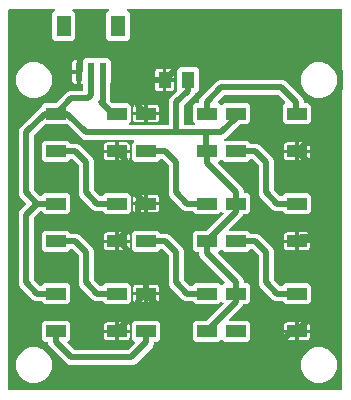
<source format=gbr>
G04 EAGLE Gerber RS-274X export*
G75*
%MOMM*%
%FSLAX34Y34*%
%LPD*%
%INTop Copper*%
%IPPOS*%
%AMOC8*
5,1,8,0,0,1.08239X$1,22.5*%
G01*
%ADD10R,1.651000X1.000000*%
%ADD11R,1.100000X1.400000*%
%ADD12R,0.600000X1.550000*%
%ADD13R,1.200000X1.800000*%
%ADD14C,0.508000*%

G36*
X292120Y10164D02*
X292120Y10164D01*
X292139Y10162D01*
X292241Y10184D01*
X292343Y10200D01*
X292360Y10210D01*
X292380Y10214D01*
X292469Y10267D01*
X292560Y10316D01*
X292574Y10330D01*
X292591Y10340D01*
X292658Y10419D01*
X292730Y10494D01*
X292738Y10512D01*
X292751Y10527D01*
X292790Y10623D01*
X292833Y10717D01*
X292835Y10737D01*
X292843Y10755D01*
X292861Y10922D01*
X292861Y332100D01*
X292858Y332120D01*
X292860Y332139D01*
X292838Y332241D01*
X292822Y332343D01*
X292812Y332360D01*
X292808Y332380D01*
X292755Y332469D01*
X292706Y332560D01*
X292692Y332574D01*
X292682Y332591D01*
X292603Y332658D01*
X292528Y332730D01*
X292510Y332738D01*
X292495Y332751D01*
X292399Y332790D01*
X292305Y332833D01*
X292285Y332835D01*
X292267Y332843D01*
X292100Y332861D01*
X111116Y332861D01*
X111045Y332850D01*
X110973Y332848D01*
X110924Y332830D01*
X110873Y332822D01*
X110810Y332788D01*
X110742Y332763D01*
X110702Y332731D01*
X110656Y332706D01*
X110606Y332655D01*
X110550Y332610D01*
X110522Y332566D01*
X110486Y332528D01*
X110456Y332463D01*
X110417Y332403D01*
X110405Y332352D01*
X110383Y332305D01*
X110375Y332234D01*
X110357Y332164D01*
X110361Y332112D01*
X110356Y332061D01*
X110371Y331990D01*
X110376Y331919D01*
X110397Y331871D01*
X110408Y331820D01*
X110445Y331759D01*
X110473Y331693D01*
X110517Y331637D01*
X110534Y331609D01*
X110552Y331594D01*
X110577Y331562D01*
X112811Y329328D01*
X112811Y308172D01*
X110578Y305939D01*
X95422Y305939D01*
X93189Y308172D01*
X93189Y329328D01*
X95423Y331562D01*
X95464Y331620D01*
X95514Y331672D01*
X95536Y331719D01*
X95566Y331761D01*
X95587Y331830D01*
X95617Y331895D01*
X95623Y331947D01*
X95638Y331997D01*
X95637Y332068D01*
X95644Y332139D01*
X95633Y332190D01*
X95632Y332242D01*
X95607Y332310D01*
X95592Y332380D01*
X95566Y332424D01*
X95548Y332473D01*
X95503Y332529D01*
X95466Y332591D01*
X95426Y332625D01*
X95394Y332665D01*
X95334Y332704D01*
X95279Y332751D01*
X95231Y332770D01*
X95187Y332798D01*
X95118Y332816D01*
X95051Y332843D01*
X94980Y332851D01*
X94948Y332859D01*
X94925Y332857D01*
X94884Y332861D01*
X65116Y332861D01*
X65045Y332850D01*
X64973Y332848D01*
X64924Y332830D01*
X64873Y332822D01*
X64810Y332788D01*
X64742Y332763D01*
X64702Y332731D01*
X64656Y332706D01*
X64606Y332655D01*
X64550Y332610D01*
X64522Y332566D01*
X64486Y332528D01*
X64456Y332463D01*
X64417Y332403D01*
X64405Y332352D01*
X64383Y332305D01*
X64375Y332234D01*
X64357Y332164D01*
X64361Y332112D01*
X64356Y332061D01*
X64371Y331990D01*
X64376Y331919D01*
X64397Y331871D01*
X64408Y331820D01*
X64445Y331759D01*
X64473Y331693D01*
X64517Y331637D01*
X64534Y331609D01*
X64552Y331594D01*
X64577Y331562D01*
X66811Y329328D01*
X66811Y308172D01*
X64578Y305939D01*
X49422Y305939D01*
X47189Y308172D01*
X47189Y329328D01*
X49423Y331562D01*
X49464Y331620D01*
X49514Y331672D01*
X49536Y331719D01*
X49566Y331761D01*
X49587Y331830D01*
X49617Y331895D01*
X49623Y331947D01*
X49638Y331997D01*
X49637Y332068D01*
X49644Y332139D01*
X49633Y332190D01*
X49632Y332242D01*
X49607Y332310D01*
X49592Y332380D01*
X49566Y332424D01*
X49548Y332473D01*
X49503Y332529D01*
X49466Y332591D01*
X49426Y332625D01*
X49394Y332665D01*
X49334Y332704D01*
X49279Y332751D01*
X49231Y332770D01*
X49187Y332798D01*
X49118Y332816D01*
X49051Y332843D01*
X48980Y332851D01*
X48948Y332859D01*
X48925Y332857D01*
X48884Y332861D01*
X10922Y332861D01*
X10902Y332858D01*
X10883Y332860D01*
X10781Y332838D01*
X10679Y332822D01*
X10662Y332812D01*
X10642Y332808D01*
X10553Y332755D01*
X10462Y332706D01*
X10448Y332692D01*
X10431Y332682D01*
X10364Y332603D01*
X10292Y332528D01*
X10284Y332510D01*
X10271Y332495D01*
X10232Y332399D01*
X10189Y332305D01*
X10187Y332285D01*
X10179Y332267D01*
X10161Y332100D01*
X10161Y10922D01*
X10164Y10902D01*
X10162Y10883D01*
X10184Y10781D01*
X10200Y10679D01*
X10210Y10662D01*
X10214Y10642D01*
X10267Y10553D01*
X10316Y10462D01*
X10330Y10448D01*
X10340Y10431D01*
X10419Y10364D01*
X10494Y10292D01*
X10512Y10284D01*
X10527Y10271D01*
X10623Y10232D01*
X10717Y10189D01*
X10737Y10187D01*
X10755Y10179D01*
X10922Y10161D01*
X292100Y10161D01*
X292120Y10164D01*
G37*
%LPC*%
G36*
X168337Y51389D02*
X168337Y51389D01*
X166104Y53622D01*
X166104Y66778D01*
X168337Y69011D01*
X177684Y69011D01*
X177774Y69025D01*
X177865Y69033D01*
X177895Y69045D01*
X177927Y69050D01*
X178008Y69093D01*
X178091Y69129D01*
X178124Y69155D01*
X178144Y69166D01*
X178166Y69189D01*
X178222Y69234D01*
X192149Y83160D01*
X192161Y83176D01*
X192176Y83189D01*
X192232Y83276D01*
X192293Y83360D01*
X192298Y83379D01*
X192309Y83396D01*
X192334Y83496D01*
X192365Y83595D01*
X192364Y83615D01*
X192369Y83634D01*
X192361Y83737D01*
X192359Y83841D01*
X192352Y83860D01*
X192350Y83880D01*
X192310Y83974D01*
X192274Y84072D01*
X192262Y84088D01*
X192254Y84106D01*
X192149Y84237D01*
X191038Y85348D01*
X191022Y85359D01*
X191010Y85375D01*
X190923Y85431D01*
X190839Y85491D01*
X190819Y85497D01*
X190803Y85508D01*
X190702Y85533D01*
X190603Y85563D01*
X190584Y85563D01*
X190564Y85568D01*
X190461Y85560D01*
X190358Y85557D01*
X190339Y85550D01*
X190319Y85549D01*
X190224Y85508D01*
X190127Y85473D01*
X190111Y85460D01*
X190093Y85452D01*
X189962Y85348D01*
X188003Y83389D01*
X168337Y83389D01*
X166099Y85626D01*
X166026Y85679D01*
X165956Y85739D01*
X165926Y85751D01*
X165900Y85770D01*
X165813Y85797D01*
X165728Y85831D01*
X165687Y85835D01*
X165665Y85842D01*
X165632Y85841D01*
X165561Y85849D01*
X160537Y85849D01*
X158203Y86816D01*
X148910Y96109D01*
X147016Y98003D01*
X146049Y100337D01*
X146049Y124054D01*
X146035Y124144D01*
X146027Y124235D01*
X146015Y124265D01*
X146010Y124297D01*
X145967Y124378D01*
X145931Y124461D01*
X145905Y124494D01*
X145894Y124514D01*
X145871Y124536D01*
X145826Y124592D01*
X140592Y129826D01*
X140518Y129879D01*
X140449Y129939D01*
X140419Y129951D01*
X140393Y129970D01*
X140306Y129997D01*
X140221Y130031D01*
X140180Y130035D01*
X140158Y130042D01*
X140125Y130041D01*
X140054Y130049D01*
X139239Y130049D01*
X139149Y130035D01*
X139058Y130027D01*
X139028Y130015D01*
X138996Y130010D01*
X138915Y129967D01*
X138831Y129931D01*
X138799Y129905D01*
X138779Y129894D01*
X138756Y129871D01*
X138701Y129826D01*
X136463Y127589D01*
X116797Y127589D01*
X114564Y129822D01*
X114564Y142978D01*
X116797Y145211D01*
X136463Y145211D01*
X138701Y142974D01*
X138774Y142921D01*
X138844Y142861D01*
X138874Y142849D01*
X138900Y142830D01*
X138987Y142803D01*
X139072Y142769D01*
X139113Y142765D01*
X139135Y142758D01*
X139168Y142759D01*
X139239Y142751D01*
X144263Y142751D01*
X146597Y141784D01*
X157784Y130597D01*
X158751Y128263D01*
X158751Y104546D01*
X158753Y104530D01*
X158752Y104516D01*
X158766Y104452D01*
X158773Y104365D01*
X158785Y104335D01*
X158790Y104303D01*
X158803Y104279D01*
X158804Y104276D01*
X158812Y104263D01*
X158833Y104222D01*
X158869Y104139D01*
X158895Y104106D01*
X158906Y104086D01*
X158929Y104064D01*
X158974Y104008D01*
X164208Y98774D01*
X164282Y98721D01*
X164351Y98661D01*
X164381Y98649D01*
X164407Y98630D01*
X164494Y98603D01*
X164579Y98569D01*
X164620Y98565D01*
X164642Y98558D01*
X164675Y98559D01*
X164746Y98551D01*
X165561Y98551D01*
X165651Y98565D01*
X165742Y98573D01*
X165772Y98585D01*
X165804Y98590D01*
X165885Y98633D01*
X165969Y98669D01*
X166001Y98695D01*
X166021Y98706D01*
X166044Y98729D01*
X166099Y98774D01*
X168337Y101011D01*
X188003Y101011D01*
X189962Y99052D01*
X189978Y99041D01*
X189990Y99025D01*
X190078Y98969D01*
X190161Y98909D01*
X190180Y98903D01*
X190197Y98892D01*
X190298Y98867D01*
X190397Y98837D01*
X190416Y98837D01*
X190436Y98832D01*
X190539Y98840D01*
X190642Y98843D01*
X190661Y98850D01*
X190681Y98851D01*
X190776Y98892D01*
X190873Y98927D01*
X190889Y98940D01*
X190907Y98948D01*
X191038Y99052D01*
X193002Y101016D01*
X193041Y101022D01*
X193113Y101024D01*
X193162Y101042D01*
X193213Y101050D01*
X193276Y101084D01*
X193344Y101109D01*
X193384Y101141D01*
X193430Y101166D01*
X193480Y101218D01*
X193536Y101262D01*
X193564Y101306D01*
X193600Y101344D01*
X193630Y101409D01*
X193669Y101469D01*
X193681Y101520D01*
X193703Y101567D01*
X193711Y101638D01*
X193729Y101708D01*
X193725Y101760D01*
X193730Y101811D01*
X193715Y101882D01*
X193710Y101953D01*
X193689Y102001D01*
X193678Y102052D01*
X193641Y102113D01*
X193613Y102179D01*
X193569Y102235D01*
X193552Y102263D01*
X193534Y102278D01*
X193508Y102310D01*
X172786Y123033D01*
X171819Y125367D01*
X171819Y126828D01*
X171816Y126848D01*
X171818Y126867D01*
X171796Y126969D01*
X171780Y127071D01*
X171770Y127088D01*
X171766Y127108D01*
X171713Y127197D01*
X171664Y127288D01*
X171650Y127302D01*
X171640Y127319D01*
X171561Y127386D01*
X171486Y127458D01*
X171468Y127466D01*
X171453Y127479D01*
X171357Y127518D01*
X171263Y127561D01*
X171243Y127563D01*
X171225Y127571D01*
X171058Y127589D01*
X168337Y127589D01*
X166104Y129822D01*
X166104Y142978D01*
X168337Y145211D01*
X177684Y145211D01*
X177774Y145225D01*
X177865Y145233D01*
X177895Y145245D01*
X177927Y145250D01*
X178008Y145293D01*
X178091Y145329D01*
X178124Y145355D01*
X178144Y145366D01*
X178166Y145389D01*
X178222Y145434D01*
X192149Y159360D01*
X192161Y159376D01*
X192176Y159389D01*
X192232Y159476D01*
X192293Y159560D01*
X192298Y159579D01*
X192309Y159596D01*
X192334Y159696D01*
X192365Y159795D01*
X192364Y159815D01*
X192369Y159834D01*
X192361Y159937D01*
X192359Y160041D01*
X192352Y160060D01*
X192350Y160080D01*
X192310Y160174D01*
X192274Y160272D01*
X192262Y160288D01*
X192254Y160306D01*
X192149Y160437D01*
X191038Y161548D01*
X191022Y161559D01*
X191010Y161575D01*
X190923Y161631D01*
X190839Y161691D01*
X190819Y161697D01*
X190803Y161708D01*
X190702Y161733D01*
X190603Y161763D01*
X190584Y161763D01*
X190564Y161768D01*
X190461Y161760D01*
X190358Y161757D01*
X190339Y161750D01*
X190319Y161749D01*
X190224Y161708D01*
X190127Y161673D01*
X190111Y161660D01*
X190093Y161652D01*
X189962Y161548D01*
X188003Y159589D01*
X168337Y159589D01*
X166099Y161826D01*
X166026Y161879D01*
X165956Y161939D01*
X165926Y161951D01*
X165900Y161970D01*
X165813Y161997D01*
X165728Y162031D01*
X165687Y162035D01*
X165665Y162042D01*
X165632Y162041D01*
X165561Y162049D01*
X160537Y162049D01*
X158203Y163016D01*
X148910Y172309D01*
X147016Y174203D01*
X146049Y176537D01*
X146049Y200254D01*
X146035Y200344D01*
X146027Y200435D01*
X146015Y200465D01*
X146010Y200497D01*
X145967Y200578D01*
X145931Y200661D01*
X145905Y200694D01*
X145894Y200714D01*
X145871Y200736D01*
X145826Y200792D01*
X140592Y206026D01*
X140518Y206079D01*
X140449Y206139D01*
X140419Y206151D01*
X140393Y206170D01*
X140306Y206197D01*
X140221Y206231D01*
X140180Y206235D01*
X140158Y206242D01*
X140125Y206241D01*
X140054Y206249D01*
X139239Y206249D01*
X139149Y206235D01*
X139058Y206227D01*
X139028Y206215D01*
X138996Y206210D01*
X138915Y206167D01*
X138831Y206131D01*
X138799Y206105D01*
X138779Y206094D01*
X138756Y206071D01*
X138701Y206026D01*
X136463Y203789D01*
X116797Y203789D01*
X114564Y206022D01*
X114564Y219178D01*
X116336Y220950D01*
X116377Y221008D01*
X116427Y221060D01*
X116449Y221107D01*
X116479Y221149D01*
X116500Y221218D01*
X116530Y221283D01*
X116536Y221335D01*
X116551Y221385D01*
X116550Y221456D01*
X116557Y221527D01*
X116546Y221578D01*
X116545Y221630D01*
X116520Y221698D01*
X116505Y221768D01*
X116479Y221813D01*
X116461Y221861D01*
X116416Y221917D01*
X116379Y221979D01*
X116339Y222013D01*
X116307Y222053D01*
X116247Y222092D01*
X116192Y222139D01*
X116144Y222158D01*
X116100Y222186D01*
X116031Y222204D01*
X115964Y222231D01*
X115893Y222239D01*
X115861Y222247D01*
X115838Y222245D01*
X115797Y222249D01*
X74937Y222249D01*
X72603Y223216D01*
X60252Y235566D01*
X60178Y235619D01*
X60109Y235679D01*
X60079Y235691D01*
X60053Y235710D01*
X59966Y235737D01*
X59881Y235771D01*
X59840Y235775D01*
X59818Y235782D01*
X59785Y235781D01*
X59714Y235789D01*
X41886Y235789D01*
X41796Y235775D01*
X41705Y235767D01*
X41675Y235755D01*
X41643Y235750D01*
X41562Y235707D01*
X41479Y235671D01*
X41446Y235645D01*
X41426Y235634D01*
X41404Y235611D01*
X41348Y235566D01*
X31974Y226192D01*
X31921Y226118D01*
X31861Y226049D01*
X31849Y226019D01*
X31830Y225993D01*
X31803Y225906D01*
X31769Y225821D01*
X31765Y225780D01*
X31758Y225758D01*
X31759Y225725D01*
X31751Y225654D01*
X31751Y180746D01*
X31765Y180656D01*
X31773Y180565D01*
X31785Y180535D01*
X31790Y180503D01*
X31833Y180422D01*
X31869Y180339D01*
X31895Y180306D01*
X31906Y180286D01*
X31929Y180264D01*
X31974Y180208D01*
X37208Y174974D01*
X37282Y174921D01*
X37351Y174861D01*
X37381Y174849D01*
X37407Y174830D01*
X37494Y174803D01*
X37579Y174769D01*
X37620Y174765D01*
X37642Y174758D01*
X37675Y174759D01*
X37746Y174751D01*
X37821Y174751D01*
X37911Y174765D01*
X38002Y174773D01*
X38032Y174785D01*
X38064Y174790D01*
X38145Y174833D01*
X38229Y174869D01*
X38261Y174895D01*
X38281Y174906D01*
X38304Y174929D01*
X38359Y174974D01*
X40597Y177211D01*
X60263Y177211D01*
X62496Y174978D01*
X62496Y161822D01*
X60263Y159589D01*
X40597Y159589D01*
X38359Y161826D01*
X38286Y161879D01*
X38216Y161939D01*
X38186Y161951D01*
X38160Y161970D01*
X38073Y161997D01*
X37988Y162031D01*
X37947Y162035D01*
X37925Y162042D01*
X37892Y162041D01*
X37821Y162049D01*
X37746Y162049D01*
X37656Y162035D01*
X37565Y162027D01*
X37535Y162015D01*
X37503Y162010D01*
X37422Y161967D01*
X37339Y161931D01*
X37306Y161905D01*
X37286Y161894D01*
X37264Y161871D01*
X37208Y161826D01*
X31974Y156592D01*
X31921Y156518D01*
X31861Y156449D01*
X31849Y156419D01*
X31830Y156393D01*
X31803Y156306D01*
X31769Y156221D01*
X31765Y156180D01*
X31758Y156158D01*
X31759Y156125D01*
X31751Y156054D01*
X31751Y104546D01*
X31753Y104530D01*
X31752Y104516D01*
X31766Y104452D01*
X31773Y104365D01*
X31785Y104335D01*
X31790Y104303D01*
X31803Y104279D01*
X31804Y104276D01*
X31812Y104263D01*
X31833Y104222D01*
X31869Y104139D01*
X31895Y104106D01*
X31906Y104086D01*
X31929Y104064D01*
X31974Y104008D01*
X37208Y98774D01*
X37282Y98721D01*
X37351Y98661D01*
X37381Y98649D01*
X37407Y98630D01*
X37494Y98603D01*
X37579Y98569D01*
X37620Y98565D01*
X37642Y98558D01*
X37675Y98559D01*
X37746Y98551D01*
X37821Y98551D01*
X37911Y98565D01*
X38002Y98573D01*
X38032Y98585D01*
X38064Y98590D01*
X38145Y98633D01*
X38229Y98669D01*
X38261Y98695D01*
X38281Y98706D01*
X38304Y98729D01*
X38359Y98774D01*
X40597Y101011D01*
X60263Y101011D01*
X62496Y98778D01*
X62496Y85622D01*
X60263Y83389D01*
X40597Y83389D01*
X38359Y85626D01*
X38286Y85679D01*
X38216Y85739D01*
X38186Y85751D01*
X38160Y85770D01*
X38073Y85797D01*
X37988Y85831D01*
X37947Y85835D01*
X37925Y85842D01*
X37892Y85841D01*
X37821Y85849D01*
X33537Y85849D01*
X31203Y86816D01*
X20016Y98003D01*
X19049Y100337D01*
X19049Y160263D01*
X20016Y162597D01*
X25280Y167862D01*
X25292Y167878D01*
X25308Y167890D01*
X25364Y167978D01*
X25424Y168061D01*
X25430Y168080D01*
X25441Y168097D01*
X25466Y168198D01*
X25496Y168297D01*
X25496Y168316D01*
X25501Y168336D01*
X25493Y168439D01*
X25490Y168542D01*
X25483Y168561D01*
X25482Y168581D01*
X25441Y168676D01*
X25406Y168773D01*
X25393Y168789D01*
X25385Y168807D01*
X25280Y168938D01*
X21910Y172309D01*
X20016Y174203D01*
X19049Y176537D01*
X19049Y229863D01*
X20016Y232197D01*
X21910Y234091D01*
X35909Y248090D01*
X37803Y249984D01*
X37894Y250022D01*
X37994Y250084D01*
X38010Y250093D01*
X38040Y250109D01*
X38045Y250114D01*
X38094Y250143D01*
X38098Y250148D01*
X38103Y250151D01*
X38178Y250242D01*
X38254Y250330D01*
X38256Y250336D01*
X38260Y250341D01*
X38302Y250449D01*
X38346Y250558D01*
X38347Y250566D01*
X38348Y250571D01*
X38349Y250589D01*
X38364Y250725D01*
X38364Y251178D01*
X40597Y253411D01*
X49944Y253411D01*
X50034Y253425D01*
X50125Y253433D01*
X50155Y253445D01*
X50187Y253450D01*
X50268Y253493D01*
X50351Y253529D01*
X50384Y253555D01*
X50404Y253566D01*
X50426Y253589D01*
X50482Y253634D01*
X59903Y263054D01*
X62237Y264021D01*
X72888Y264021D01*
X72908Y264024D01*
X72927Y264022D01*
X73029Y264044D01*
X73131Y264060D01*
X73148Y264070D01*
X73168Y264074D01*
X73257Y264127D01*
X73348Y264176D01*
X73362Y264190D01*
X73379Y264200D01*
X73446Y264279D01*
X73518Y264354D01*
X73526Y264372D01*
X73539Y264387D01*
X73578Y264483D01*
X73621Y264577D01*
X73623Y264597D01*
X73631Y264615D01*
X73649Y264782D01*
X73649Y268948D01*
X73646Y268968D01*
X73648Y268987D01*
X73626Y269089D01*
X73610Y269191D01*
X73600Y269208D01*
X73596Y269228D01*
X73543Y269317D01*
X73494Y269408D01*
X73480Y269422D01*
X73470Y269439D01*
X73391Y269506D01*
X73316Y269578D01*
X73298Y269586D01*
X73283Y269599D01*
X73187Y269638D01*
X73093Y269681D01*
X73073Y269683D01*
X73055Y269691D01*
X72888Y269709D01*
X71499Y269709D01*
X71499Y279262D01*
X71496Y279281D01*
X71498Y279301D01*
X71476Y279403D01*
X71460Y279505D01*
X71450Y279522D01*
X71446Y279542D01*
X71393Y279631D01*
X71344Y279722D01*
X71330Y279736D01*
X71320Y279753D01*
X71241Y279820D01*
X71166Y279891D01*
X71148Y279900D01*
X71133Y279913D01*
X71037Y279951D01*
X70943Y279995D01*
X70923Y279997D01*
X70905Y280004D01*
X70981Y280017D01*
X70998Y280026D01*
X71018Y280030D01*
X71107Y280083D01*
X71198Y280132D01*
X71212Y280146D01*
X71229Y280156D01*
X71296Y280235D01*
X71368Y280310D01*
X71376Y280328D01*
X71389Y280343D01*
X71428Y280440D01*
X71471Y280533D01*
X71473Y280553D01*
X71481Y280571D01*
X71499Y280738D01*
X71499Y290291D01*
X73335Y290291D01*
X73554Y290232D01*
X73622Y290225D01*
X73687Y290209D01*
X73743Y290213D01*
X73799Y290207D01*
X73865Y290222D01*
X73932Y290228D01*
X73984Y290250D01*
X74039Y290262D01*
X74096Y290298D01*
X74159Y290324D01*
X74220Y290373D01*
X74249Y290391D01*
X74262Y290407D01*
X74290Y290429D01*
X75422Y291561D01*
X84624Y291561D01*
X84661Y291534D01*
X84681Y291528D01*
X84697Y291517D01*
X84798Y291492D01*
X84897Y291462D01*
X84917Y291462D01*
X84936Y291457D01*
X85039Y291465D01*
X85142Y291468D01*
X85161Y291475D01*
X85181Y291476D01*
X85276Y291517D01*
X85373Y291552D01*
X85384Y291561D01*
X94578Y291561D01*
X96811Y289328D01*
X96811Y270672D01*
X96574Y270435D01*
X96520Y270360D01*
X96461Y270291D01*
X96449Y270261D01*
X96430Y270235D01*
X96403Y270148D01*
X96369Y270063D01*
X96365Y270022D01*
X96358Y270000D01*
X96359Y269968D01*
X96351Y269896D01*
X96351Y255846D01*
X96365Y255756D01*
X96373Y255665D01*
X96385Y255635D01*
X96390Y255603D01*
X96433Y255522D01*
X96469Y255439D01*
X96495Y255406D01*
X96506Y255386D01*
X96529Y255364D01*
X96574Y255308D01*
X98248Y253634D01*
X98322Y253581D01*
X98391Y253521D01*
X98421Y253509D01*
X98447Y253490D01*
X98534Y253463D01*
X98619Y253429D01*
X98660Y253425D01*
X98682Y253418D01*
X98715Y253419D01*
X98786Y253411D01*
X111803Y253411D01*
X114036Y251178D01*
X114036Y238022D01*
X112264Y236250D01*
X112223Y236192D01*
X112173Y236140D01*
X112151Y236093D01*
X112121Y236051D01*
X112100Y235982D01*
X112070Y235917D01*
X112064Y235865D01*
X112049Y235815D01*
X112050Y235744D01*
X112043Y235673D01*
X112054Y235622D01*
X112055Y235570D01*
X112080Y235502D01*
X112095Y235432D01*
X112121Y235387D01*
X112139Y235339D01*
X112184Y235283D01*
X112221Y235221D01*
X112261Y235187D01*
X112293Y235147D01*
X112353Y235108D01*
X112408Y235061D01*
X112456Y235042D01*
X112500Y235014D01*
X112569Y234996D01*
X112636Y234969D01*
X112707Y234961D01*
X112739Y234953D01*
X112762Y234955D01*
X112803Y234951D01*
X145288Y234951D01*
X145308Y234954D01*
X145327Y234952D01*
X145429Y234974D01*
X145531Y234990D01*
X145548Y235000D01*
X145568Y235004D01*
X145657Y235057D01*
X145748Y235106D01*
X145762Y235120D01*
X145779Y235130D01*
X145846Y235209D01*
X145918Y235284D01*
X145926Y235302D01*
X145939Y235317D01*
X145978Y235413D01*
X146021Y235507D01*
X146023Y235527D01*
X146031Y235545D01*
X146049Y235712D01*
X146049Y255263D01*
X147016Y257597D01*
X148910Y259491D01*
X152951Y263533D01*
X152963Y263549D01*
X152979Y263561D01*
X153035Y263649D01*
X153095Y263732D01*
X153101Y263752D01*
X153112Y263768D01*
X153137Y263869D01*
X153167Y263968D01*
X153167Y263988D01*
X153172Y264007D01*
X153164Y264110D01*
X153161Y264213D01*
X153154Y264232D01*
X153153Y264252D01*
X153112Y264347D01*
X153089Y264410D01*
X153089Y281628D01*
X155322Y283861D01*
X169478Y283861D01*
X171711Y281628D01*
X171711Y264472D01*
X169478Y262239D01*
X169053Y262239D01*
X168939Y262220D01*
X168822Y262203D01*
X168817Y262201D01*
X168811Y262200D01*
X168708Y262145D01*
X168603Y262092D01*
X168599Y262087D01*
X168593Y262084D01*
X168513Y262000D01*
X168431Y261916D01*
X168427Y261910D01*
X168424Y261906D01*
X168416Y261889D01*
X168350Y261769D01*
X167784Y260403D01*
X158974Y251592D01*
X158921Y251518D01*
X158861Y251449D01*
X158849Y251419D01*
X158830Y251393D01*
X158803Y251306D01*
X158769Y251221D01*
X158765Y251180D01*
X158758Y251158D01*
X158759Y251125D01*
X158751Y251054D01*
X158751Y235712D01*
X158754Y235692D01*
X158752Y235673D01*
X158774Y235571D01*
X158790Y235469D01*
X158800Y235452D01*
X158804Y235432D01*
X158857Y235343D01*
X158906Y235252D01*
X158920Y235238D01*
X158930Y235221D01*
X159009Y235154D01*
X159084Y235082D01*
X159102Y235074D01*
X159117Y235061D01*
X159213Y235022D01*
X159307Y234979D01*
X159327Y234977D01*
X159345Y234969D01*
X159512Y234951D01*
X167337Y234951D01*
X167408Y234962D01*
X167480Y234964D01*
X167529Y234982D01*
X167580Y234990D01*
X167643Y235024D01*
X167711Y235049D01*
X167751Y235081D01*
X167797Y235106D01*
X167847Y235158D01*
X167903Y235202D01*
X167931Y235246D01*
X167967Y235284D01*
X167997Y235349D01*
X168036Y235409D01*
X168048Y235460D01*
X168070Y235507D01*
X168078Y235578D01*
X168096Y235648D01*
X168092Y235700D01*
X168097Y235751D01*
X168082Y235822D01*
X168077Y235893D01*
X168056Y235941D01*
X168045Y235992D01*
X168008Y236053D01*
X167980Y236119D01*
X167936Y236175D01*
X167919Y236203D01*
X167901Y236218D01*
X167876Y236250D01*
X166104Y238022D01*
X166104Y251178D01*
X168337Y253411D01*
X171058Y253411D01*
X171078Y253414D01*
X171097Y253412D01*
X171199Y253434D01*
X171301Y253450D01*
X171318Y253460D01*
X171338Y253464D01*
X171427Y253517D01*
X171518Y253566D01*
X171532Y253580D01*
X171549Y253590D01*
X171616Y253669D01*
X171688Y253744D01*
X171696Y253762D01*
X171709Y253777D01*
X171748Y253873D01*
X171791Y253967D01*
X171793Y253987D01*
X171801Y254005D01*
X171819Y254172D01*
X171819Y255633D01*
X172786Y257967D01*
X186903Y272084D01*
X189237Y273051D01*
X242563Y273051D01*
X244897Y272084D01*
X259384Y257597D01*
X260351Y255263D01*
X260351Y254172D01*
X260354Y254152D01*
X260352Y254133D01*
X260374Y254031D01*
X260390Y253929D01*
X260400Y253912D01*
X260404Y253892D01*
X260457Y253803D01*
X260506Y253712D01*
X260520Y253698D01*
X260530Y253681D01*
X260609Y253614D01*
X260684Y253542D01*
X260702Y253534D01*
X260717Y253521D01*
X260813Y253482D01*
X260907Y253439D01*
X260927Y253437D01*
X260945Y253429D01*
X261112Y253411D01*
X264203Y253411D01*
X266436Y251178D01*
X266436Y238022D01*
X264203Y235789D01*
X244537Y235789D01*
X242304Y238022D01*
X242304Y251178D01*
X244534Y253408D01*
X244546Y253424D01*
X244561Y253437D01*
X244617Y253524D01*
X244678Y253608D01*
X244683Y253627D01*
X244694Y253644D01*
X244719Y253744D01*
X244750Y253843D01*
X244749Y253863D01*
X244754Y253882D01*
X244746Y253985D01*
X244744Y254089D01*
X244737Y254108D01*
X244735Y254127D01*
X244695Y254222D01*
X244659Y254320D01*
X244647Y254336D01*
X244639Y254354D01*
X244534Y254485D01*
X238892Y260126D01*
X238818Y260179D01*
X238749Y260239D01*
X238719Y260251D01*
X238693Y260270D01*
X238606Y260297D01*
X238521Y260331D01*
X238480Y260335D01*
X238458Y260342D01*
X238425Y260341D01*
X238354Y260349D01*
X193446Y260349D01*
X193356Y260335D01*
X193265Y260327D01*
X193235Y260315D01*
X193203Y260310D01*
X193122Y260267D01*
X193039Y260231D01*
X193006Y260205D01*
X192986Y260194D01*
X192964Y260171D01*
X192908Y260126D01*
X187492Y254710D01*
X187450Y254652D01*
X187400Y254600D01*
X187378Y254553D01*
X187348Y254511D01*
X187327Y254442D01*
X187297Y254377D01*
X187291Y254325D01*
X187276Y254275D01*
X187278Y254204D01*
X187270Y254133D01*
X187281Y254082D01*
X187282Y254030D01*
X187307Y253962D01*
X187322Y253892D01*
X187349Y253847D01*
X187366Y253799D01*
X187411Y253743D01*
X187448Y253681D01*
X187488Y253647D01*
X187520Y253607D01*
X187580Y253568D01*
X187635Y253521D01*
X187683Y253502D01*
X187727Y253474D01*
X187797Y253456D01*
X187863Y253429D01*
X187934Y253421D01*
X187966Y253413D01*
X187989Y253415D01*
X188000Y253414D01*
X189962Y251452D01*
X189978Y251441D01*
X189990Y251425D01*
X190078Y251369D01*
X190161Y251309D01*
X190180Y251303D01*
X190197Y251292D01*
X190298Y251267D01*
X190397Y251237D01*
X190416Y251237D01*
X190436Y251232D01*
X190539Y251240D01*
X190642Y251243D01*
X190661Y251250D01*
X190681Y251251D01*
X190776Y251292D01*
X190873Y251327D01*
X190889Y251340D01*
X190907Y251348D01*
X191038Y251452D01*
X192997Y253411D01*
X212663Y253411D01*
X214896Y251178D01*
X214896Y238022D01*
X212663Y235789D01*
X206986Y235789D01*
X206896Y235775D01*
X206805Y235767D01*
X206775Y235755D01*
X206743Y235750D01*
X206662Y235707D01*
X206579Y235671D01*
X206546Y235645D01*
X206526Y235634D01*
X206504Y235611D01*
X206448Y235566D01*
X194097Y223216D01*
X193275Y222875D01*
X193192Y222824D01*
X193106Y222778D01*
X193088Y222759D01*
X193066Y222746D01*
X193003Y222671D01*
X192936Y222600D01*
X192925Y222576D01*
X192909Y222556D01*
X192874Y222465D01*
X192833Y222377D01*
X192830Y222351D01*
X192821Y222327D01*
X192816Y222229D01*
X192806Y222133D01*
X192811Y222107D01*
X192810Y222081D01*
X192837Y221987D01*
X192858Y221892D01*
X192871Y221870D01*
X192879Y221845D01*
X192934Y221765D01*
X192984Y221681D01*
X193004Y221664D01*
X193019Y221643D01*
X193097Y221584D01*
X193171Y221521D01*
X193195Y221511D01*
X193216Y221496D01*
X193309Y221466D01*
X193399Y221429D01*
X193432Y221426D01*
X193450Y221420D01*
X193483Y221420D01*
X193566Y221411D01*
X212663Y221411D01*
X214901Y219174D01*
X214974Y219121D01*
X215044Y219061D01*
X215074Y219049D01*
X215100Y219030D01*
X215187Y219003D01*
X215272Y218969D01*
X215313Y218965D01*
X215335Y218958D01*
X215368Y218959D01*
X215439Y218951D01*
X220463Y218951D01*
X222797Y217984D01*
X233984Y206797D01*
X234951Y204463D01*
X234951Y180746D01*
X234965Y180656D01*
X234973Y180565D01*
X234985Y180535D01*
X234990Y180503D01*
X235033Y180422D01*
X235069Y180339D01*
X235095Y180306D01*
X235106Y180286D01*
X235129Y180264D01*
X235174Y180208D01*
X240408Y174974D01*
X240482Y174921D01*
X240551Y174861D01*
X240581Y174849D01*
X240607Y174830D01*
X240694Y174803D01*
X240779Y174769D01*
X240820Y174765D01*
X240842Y174758D01*
X240875Y174759D01*
X240946Y174751D01*
X241761Y174751D01*
X241851Y174765D01*
X241942Y174773D01*
X241972Y174785D01*
X242004Y174790D01*
X242085Y174833D01*
X242169Y174869D01*
X242201Y174895D01*
X242221Y174906D01*
X242243Y174929D01*
X242300Y174974D01*
X244537Y177211D01*
X264203Y177211D01*
X266436Y174978D01*
X266436Y161822D01*
X264203Y159589D01*
X244537Y159589D01*
X242300Y161826D01*
X242226Y161879D01*
X242156Y161939D01*
X242126Y161951D01*
X242100Y161970D01*
X242013Y161997D01*
X241928Y162031D01*
X241887Y162035D01*
X241865Y162042D01*
X241833Y162041D01*
X241761Y162049D01*
X236737Y162049D01*
X234403Y163016D01*
X223216Y174203D01*
X222249Y176537D01*
X222249Y200254D01*
X222235Y200344D01*
X222227Y200435D01*
X222215Y200465D01*
X222210Y200497D01*
X222167Y200578D01*
X222131Y200661D01*
X222105Y200694D01*
X222094Y200714D01*
X222071Y200736D01*
X222026Y200792D01*
X216792Y206026D01*
X216718Y206079D01*
X216649Y206139D01*
X216619Y206151D01*
X216593Y206170D01*
X216506Y206197D01*
X216421Y206231D01*
X216380Y206235D01*
X216358Y206242D01*
X216325Y206241D01*
X216254Y206249D01*
X215439Y206249D01*
X215349Y206235D01*
X215258Y206227D01*
X215228Y206215D01*
X215196Y206210D01*
X215115Y206167D01*
X215031Y206131D01*
X214999Y206105D01*
X214979Y206094D01*
X214956Y206071D01*
X214901Y206026D01*
X212663Y203789D01*
X192997Y203789D01*
X191038Y205748D01*
X191022Y205759D01*
X191010Y205775D01*
X190922Y205831D01*
X190839Y205891D01*
X190820Y205897D01*
X190803Y205908D01*
X190702Y205933D01*
X190603Y205963D01*
X190584Y205963D01*
X190564Y205968D01*
X190461Y205960D01*
X190358Y205957D01*
X190339Y205950D01*
X190319Y205949D01*
X190224Y205908D01*
X190127Y205873D01*
X190111Y205860D01*
X190093Y205852D01*
X189962Y205748D01*
X187998Y203784D01*
X187959Y203778D01*
X187887Y203776D01*
X187838Y203758D01*
X187787Y203750D01*
X187724Y203716D01*
X187656Y203691D01*
X187616Y203659D01*
X187570Y203634D01*
X187520Y203582D01*
X187464Y203538D01*
X187436Y203494D01*
X187400Y203456D01*
X187370Y203391D01*
X187331Y203331D01*
X187319Y203280D01*
X187297Y203233D01*
X187289Y203162D01*
X187271Y203092D01*
X187275Y203040D01*
X187270Y202989D01*
X187285Y202918D01*
X187290Y202847D01*
X187311Y202799D01*
X187322Y202748D01*
X187359Y202687D01*
X187387Y202621D01*
X187431Y202565D01*
X187448Y202537D01*
X187466Y202522D01*
X187492Y202490D01*
X208584Y181397D01*
X209551Y179063D01*
X209551Y177972D01*
X209554Y177952D01*
X209552Y177933D01*
X209574Y177831D01*
X209590Y177729D01*
X209600Y177712D01*
X209604Y177692D01*
X209657Y177603D01*
X209706Y177512D01*
X209720Y177498D01*
X209730Y177481D01*
X209809Y177414D01*
X209884Y177342D01*
X209902Y177334D01*
X209917Y177321D01*
X210013Y177282D01*
X210107Y177239D01*
X210127Y177237D01*
X210145Y177229D01*
X210312Y177211D01*
X212663Y177211D01*
X214896Y174978D01*
X214896Y161822D01*
X212663Y159589D01*
X209603Y159589D01*
X209489Y159570D01*
X209372Y159553D01*
X209367Y159551D01*
X209361Y159550D01*
X209258Y159495D01*
X209153Y159442D01*
X209149Y159437D01*
X209143Y159434D01*
X209063Y159350D01*
X208981Y159266D01*
X208977Y159260D01*
X208974Y159256D01*
X208966Y159239D01*
X208900Y159119D01*
X208214Y157463D01*
X197262Y146510D01*
X197220Y146452D01*
X197170Y146400D01*
X197148Y146353D01*
X197118Y146311D01*
X197097Y146242D01*
X197067Y146177D01*
X197061Y146125D01*
X197046Y146075D01*
X197048Y146004D01*
X197040Y145933D01*
X197051Y145882D01*
X197052Y145830D01*
X197077Y145762D01*
X197092Y145692D01*
X197119Y145647D01*
X197136Y145599D01*
X197181Y145543D01*
X197218Y145481D01*
X197258Y145447D01*
X197290Y145407D01*
X197350Y145368D01*
X197405Y145321D01*
X197453Y145302D01*
X197497Y145274D01*
X197567Y145256D01*
X197633Y145229D01*
X197704Y145221D01*
X197736Y145213D01*
X197759Y145215D01*
X197800Y145211D01*
X212663Y145211D01*
X214901Y142974D01*
X214974Y142921D01*
X215044Y142861D01*
X215074Y142849D01*
X215100Y142830D01*
X215187Y142803D01*
X215272Y142769D01*
X215313Y142765D01*
X215335Y142758D01*
X215368Y142759D01*
X215439Y142751D01*
X220463Y142751D01*
X222797Y141784D01*
X233984Y130597D01*
X234951Y128263D01*
X234951Y104546D01*
X234953Y104530D01*
X234952Y104516D01*
X234966Y104452D01*
X234973Y104365D01*
X234985Y104335D01*
X234990Y104303D01*
X235003Y104279D01*
X235004Y104276D01*
X235012Y104263D01*
X235033Y104222D01*
X235069Y104139D01*
X235095Y104106D01*
X235106Y104086D01*
X235129Y104064D01*
X235174Y104008D01*
X240408Y98774D01*
X240482Y98721D01*
X240551Y98661D01*
X240581Y98649D01*
X240607Y98630D01*
X240694Y98603D01*
X240779Y98569D01*
X240820Y98565D01*
X240842Y98558D01*
X240875Y98559D01*
X240946Y98551D01*
X241761Y98551D01*
X241851Y98565D01*
X241942Y98573D01*
X241972Y98585D01*
X242004Y98590D01*
X242085Y98633D01*
X242169Y98669D01*
X242201Y98695D01*
X242221Y98706D01*
X242243Y98729D01*
X242300Y98774D01*
X244537Y101011D01*
X264203Y101011D01*
X266436Y98778D01*
X266436Y85622D01*
X264203Y83389D01*
X244537Y83389D01*
X242300Y85626D01*
X242226Y85679D01*
X242156Y85739D01*
X242126Y85751D01*
X242100Y85770D01*
X242013Y85797D01*
X241928Y85831D01*
X241887Y85835D01*
X241865Y85842D01*
X241833Y85841D01*
X241761Y85849D01*
X236737Y85849D01*
X234403Y86816D01*
X223216Y98003D01*
X222249Y100337D01*
X222249Y124054D01*
X222235Y124144D01*
X222227Y124235D01*
X222215Y124265D01*
X222210Y124297D01*
X222167Y124378D01*
X222131Y124461D01*
X222105Y124494D01*
X222094Y124514D01*
X222071Y124536D01*
X222026Y124592D01*
X216792Y129826D01*
X216718Y129879D01*
X216649Y129939D01*
X216619Y129951D01*
X216593Y129970D01*
X216506Y129997D01*
X216421Y130031D01*
X216380Y130035D01*
X216358Y130042D01*
X216325Y130041D01*
X216254Y130049D01*
X215439Y130049D01*
X215349Y130035D01*
X215258Y130027D01*
X215228Y130015D01*
X215196Y130010D01*
X215115Y129967D01*
X215031Y129931D01*
X214999Y129905D01*
X214979Y129894D01*
X214956Y129871D01*
X214901Y129826D01*
X212663Y127589D01*
X192997Y127589D01*
X191038Y129548D01*
X191022Y129559D01*
X191010Y129575D01*
X190922Y129631D01*
X190839Y129691D01*
X190820Y129697D01*
X190803Y129708D01*
X190702Y129733D01*
X190603Y129763D01*
X190584Y129763D01*
X190564Y129768D01*
X190461Y129760D01*
X190358Y129757D01*
X190339Y129750D01*
X190319Y129749D01*
X190224Y129708D01*
X190127Y129673D01*
X190111Y129660D01*
X190093Y129652D01*
X189962Y129548D01*
X187998Y127584D01*
X187959Y127578D01*
X187887Y127576D01*
X187838Y127558D01*
X187787Y127550D01*
X187724Y127516D01*
X187656Y127491D01*
X187616Y127459D01*
X187570Y127434D01*
X187520Y127382D01*
X187464Y127338D01*
X187436Y127294D01*
X187400Y127256D01*
X187370Y127191D01*
X187331Y127131D01*
X187319Y127080D01*
X187297Y127033D01*
X187289Y126962D01*
X187271Y126892D01*
X187275Y126840D01*
X187270Y126789D01*
X187285Y126718D01*
X187290Y126647D01*
X187311Y126599D01*
X187322Y126548D01*
X187359Y126487D01*
X187387Y126421D01*
X187431Y126365D01*
X187448Y126337D01*
X187466Y126322D01*
X187492Y126290D01*
X206690Y107091D01*
X208584Y105197D01*
X209551Y102863D01*
X209551Y101772D01*
X209554Y101752D01*
X209552Y101733D01*
X209574Y101631D01*
X209590Y101529D01*
X209600Y101512D01*
X209604Y101492D01*
X209657Y101403D01*
X209706Y101312D01*
X209720Y101298D01*
X209730Y101281D01*
X209809Y101214D01*
X209884Y101142D01*
X209902Y101134D01*
X209917Y101121D01*
X210013Y101082D01*
X210107Y101039D01*
X210127Y101037D01*
X210145Y101029D01*
X210312Y101011D01*
X212663Y101011D01*
X214896Y98778D01*
X214896Y85622D01*
X212663Y83389D01*
X209603Y83389D01*
X209489Y83370D01*
X209372Y83353D01*
X209367Y83351D01*
X209361Y83350D01*
X209258Y83295D01*
X209153Y83242D01*
X209149Y83237D01*
X209143Y83234D01*
X209063Y83150D01*
X208981Y83066D01*
X208977Y83060D01*
X208974Y83056D01*
X208966Y83039D01*
X208900Y82919D01*
X208214Y81263D01*
X197262Y70310D01*
X197220Y70252D01*
X197170Y70200D01*
X197148Y70153D01*
X197118Y70111D01*
X197097Y70042D01*
X197067Y69977D01*
X197061Y69925D01*
X197046Y69875D01*
X197048Y69804D01*
X197040Y69733D01*
X197051Y69682D01*
X197052Y69630D01*
X197077Y69562D01*
X197092Y69492D01*
X197119Y69447D01*
X197136Y69399D01*
X197181Y69343D01*
X197218Y69281D01*
X197258Y69247D01*
X197290Y69207D01*
X197350Y69168D01*
X197405Y69121D01*
X197453Y69102D01*
X197497Y69074D01*
X197567Y69056D01*
X197633Y69029D01*
X197704Y69021D01*
X197736Y69013D01*
X197759Y69015D01*
X197800Y69011D01*
X212663Y69011D01*
X214896Y66778D01*
X214896Y53622D01*
X212663Y51389D01*
X192997Y51389D01*
X191038Y53348D01*
X191022Y53359D01*
X191010Y53375D01*
X190937Y53422D01*
X190913Y53442D01*
X190900Y53447D01*
X190839Y53491D01*
X190820Y53497D01*
X190803Y53508D01*
X190702Y53533D01*
X190603Y53563D01*
X190584Y53563D01*
X190564Y53568D01*
X190461Y53560D01*
X190358Y53557D01*
X190339Y53550D01*
X190319Y53549D01*
X190224Y53508D01*
X190127Y53473D01*
X190111Y53460D01*
X190093Y53452D01*
X190028Y53401D01*
X190021Y53397D01*
X190014Y53389D01*
X189962Y53348D01*
X188003Y51389D01*
X168337Y51389D01*
G37*
%LPD*%
%LPC*%
G36*
X62237Y31749D02*
X62237Y31749D01*
X59903Y32716D01*
X45046Y47573D01*
X44079Y49907D01*
X44079Y50628D01*
X44076Y50648D01*
X44078Y50667D01*
X44056Y50769D01*
X44040Y50871D01*
X44030Y50888D01*
X44026Y50908D01*
X43973Y50997D01*
X43924Y51088D01*
X43910Y51102D01*
X43900Y51119D01*
X43821Y51186D01*
X43746Y51258D01*
X43728Y51266D01*
X43713Y51279D01*
X43617Y51318D01*
X43523Y51361D01*
X43503Y51363D01*
X43485Y51371D01*
X43318Y51389D01*
X40597Y51389D01*
X38364Y53622D01*
X38364Y66778D01*
X40597Y69011D01*
X60263Y69011D01*
X62496Y66778D01*
X62496Y53622D01*
X60266Y51392D01*
X60254Y51376D01*
X60239Y51363D01*
X60183Y51276D01*
X60122Y51192D01*
X60117Y51173D01*
X60106Y51156D01*
X60081Y51056D01*
X60050Y50957D01*
X60051Y50937D01*
X60046Y50918D01*
X60054Y50815D01*
X60056Y50711D01*
X60063Y50692D01*
X60065Y50673D01*
X60105Y50578D01*
X60141Y50480D01*
X60153Y50464D01*
X60161Y50446D01*
X60266Y50315D01*
X65908Y44674D01*
X65982Y44621D01*
X66051Y44561D01*
X66081Y44549D01*
X66107Y44530D01*
X66194Y44503D01*
X66279Y44469D01*
X66320Y44465D01*
X66342Y44458D01*
X66375Y44459D01*
X66446Y44451D01*
X111354Y44451D01*
X111444Y44465D01*
X111535Y44473D01*
X111565Y44485D01*
X111597Y44490D01*
X111678Y44533D01*
X111761Y44569D01*
X111794Y44595D01*
X111814Y44606D01*
X111836Y44629D01*
X111892Y44674D01*
X117308Y50090D01*
X117350Y50148D01*
X117400Y50200D01*
X117422Y50247D01*
X117452Y50289D01*
X117473Y50358D01*
X117503Y50423D01*
X117509Y50475D01*
X117524Y50525D01*
X117522Y50596D01*
X117530Y50667D01*
X117519Y50718D01*
X117518Y50770D01*
X117493Y50838D01*
X117478Y50908D01*
X117451Y50953D01*
X117434Y51001D01*
X117389Y51057D01*
X117352Y51119D01*
X117312Y51153D01*
X117280Y51193D01*
X117220Y51232D01*
X117165Y51279D01*
X117117Y51298D01*
X117073Y51326D01*
X117003Y51344D01*
X116937Y51371D01*
X116866Y51379D01*
X116834Y51387D01*
X116811Y51385D01*
X116800Y51386D01*
X114564Y53622D01*
X114564Y66778D01*
X116797Y69011D01*
X136463Y69011D01*
X138696Y66778D01*
X138696Y53622D01*
X136463Y51389D01*
X134112Y51389D01*
X134092Y51386D01*
X134073Y51388D01*
X133971Y51366D01*
X133869Y51350D01*
X133852Y51340D01*
X133832Y51336D01*
X133743Y51283D01*
X133652Y51234D01*
X133638Y51220D01*
X133621Y51210D01*
X133554Y51131D01*
X133482Y51056D01*
X133474Y51038D01*
X133461Y51023D01*
X133422Y50927D01*
X133379Y50833D01*
X133377Y50813D01*
X133369Y50795D01*
X133351Y50628D01*
X133351Y49537D01*
X132384Y47203D01*
X117897Y32716D01*
X115563Y31749D01*
X62237Y31749D01*
G37*
%LPD*%
%LPC*%
G36*
X92137Y159589D02*
X92137Y159589D01*
X89899Y161826D01*
X89826Y161879D01*
X89756Y161939D01*
X89726Y161951D01*
X89700Y161970D01*
X89613Y161997D01*
X89528Y162031D01*
X89487Y162035D01*
X89465Y162042D01*
X89432Y162041D01*
X89361Y162049D01*
X84337Y162049D01*
X82003Y163016D01*
X70816Y174203D01*
X69849Y176537D01*
X69849Y200254D01*
X69835Y200344D01*
X69827Y200435D01*
X69815Y200465D01*
X69810Y200497D01*
X69767Y200578D01*
X69731Y200661D01*
X69705Y200694D01*
X69694Y200714D01*
X69671Y200736D01*
X69626Y200792D01*
X64392Y206026D01*
X64318Y206079D01*
X64249Y206139D01*
X64219Y206151D01*
X64193Y206170D01*
X64106Y206197D01*
X64021Y206231D01*
X63980Y206235D01*
X63958Y206242D01*
X63925Y206241D01*
X63854Y206249D01*
X63039Y206249D01*
X62949Y206235D01*
X62858Y206227D01*
X62828Y206215D01*
X62796Y206210D01*
X62715Y206167D01*
X62631Y206131D01*
X62599Y206105D01*
X62579Y206094D01*
X62557Y206071D01*
X62500Y206026D01*
X60263Y203789D01*
X40597Y203789D01*
X38364Y206022D01*
X38364Y219178D01*
X40597Y221411D01*
X60263Y221411D01*
X62500Y219174D01*
X62574Y219121D01*
X62644Y219061D01*
X62674Y219049D01*
X62700Y219030D01*
X62787Y219003D01*
X62872Y218969D01*
X62913Y218965D01*
X62935Y218958D01*
X62967Y218959D01*
X63039Y218951D01*
X68063Y218951D01*
X70397Y217984D01*
X81584Y206797D01*
X82551Y204463D01*
X82551Y180746D01*
X82565Y180656D01*
X82573Y180565D01*
X82585Y180535D01*
X82590Y180503D01*
X82633Y180422D01*
X82669Y180339D01*
X82695Y180306D01*
X82706Y180286D01*
X82729Y180264D01*
X82774Y180208D01*
X88008Y174974D01*
X88082Y174921D01*
X88151Y174861D01*
X88181Y174849D01*
X88207Y174830D01*
X88294Y174803D01*
X88379Y174769D01*
X88420Y174765D01*
X88442Y174758D01*
X88475Y174759D01*
X88546Y174751D01*
X89361Y174751D01*
X89451Y174765D01*
X89542Y174773D01*
X89572Y174785D01*
X89604Y174790D01*
X89685Y174833D01*
X89769Y174869D01*
X89801Y174895D01*
X89821Y174906D01*
X89844Y174929D01*
X89899Y174974D01*
X92137Y177211D01*
X111803Y177211D01*
X114036Y174978D01*
X114036Y161822D01*
X111803Y159589D01*
X92137Y159589D01*
G37*
%LPD*%
%LPC*%
G36*
X92137Y83389D02*
X92137Y83389D01*
X89900Y85626D01*
X89826Y85679D01*
X89756Y85739D01*
X89726Y85751D01*
X89700Y85770D01*
X89613Y85797D01*
X89528Y85831D01*
X89487Y85835D01*
X89465Y85842D01*
X89433Y85841D01*
X89361Y85849D01*
X84337Y85849D01*
X82003Y86816D01*
X70816Y98003D01*
X69849Y100337D01*
X69849Y124054D01*
X69835Y124144D01*
X69827Y124235D01*
X69815Y124265D01*
X69810Y124297D01*
X69767Y124378D01*
X69731Y124461D01*
X69705Y124494D01*
X69694Y124514D01*
X69671Y124536D01*
X69626Y124592D01*
X64392Y129826D01*
X64318Y129879D01*
X64249Y129939D01*
X64219Y129951D01*
X64193Y129970D01*
X64106Y129997D01*
X64021Y130031D01*
X63980Y130035D01*
X63958Y130042D01*
X63925Y130041D01*
X63854Y130049D01*
X63039Y130049D01*
X62949Y130035D01*
X62858Y130027D01*
X62828Y130015D01*
X62796Y130010D01*
X62715Y129967D01*
X62631Y129931D01*
X62599Y129905D01*
X62579Y129894D01*
X62557Y129871D01*
X62500Y129826D01*
X60263Y127589D01*
X40597Y127589D01*
X38364Y129822D01*
X38364Y142978D01*
X40597Y145211D01*
X60263Y145211D01*
X62500Y142974D01*
X62574Y142921D01*
X62644Y142861D01*
X62674Y142849D01*
X62700Y142830D01*
X62787Y142803D01*
X62872Y142769D01*
X62913Y142765D01*
X62935Y142758D01*
X62967Y142759D01*
X63039Y142751D01*
X68063Y142751D01*
X70397Y141784D01*
X81584Y130597D01*
X82551Y128263D01*
X82551Y104546D01*
X82553Y104530D01*
X82552Y104516D01*
X82566Y104452D01*
X82573Y104365D01*
X82585Y104335D01*
X82590Y104303D01*
X82603Y104279D01*
X82604Y104276D01*
X82612Y104263D01*
X82633Y104222D01*
X82669Y104139D01*
X82695Y104106D01*
X82706Y104086D01*
X82729Y104064D01*
X82774Y104008D01*
X88008Y98774D01*
X88082Y98721D01*
X88151Y98661D01*
X88181Y98649D01*
X88207Y98630D01*
X88294Y98603D01*
X88379Y98569D01*
X88420Y98565D01*
X88442Y98558D01*
X88475Y98559D01*
X88546Y98551D01*
X89361Y98551D01*
X89451Y98565D01*
X89542Y98573D01*
X89572Y98585D01*
X89604Y98590D01*
X89685Y98633D01*
X89769Y98669D01*
X89801Y98695D01*
X89821Y98706D01*
X89843Y98729D01*
X89900Y98774D01*
X92137Y101011D01*
X111803Y101011D01*
X114036Y98778D01*
X114036Y85622D01*
X111803Y83389D01*
X92137Y83389D01*
G37*
%LPD*%
%LPC*%
G36*
X270034Y16589D02*
X270034Y16589D01*
X264462Y18897D01*
X260197Y23162D01*
X257889Y28734D01*
X257889Y34766D01*
X260197Y40338D01*
X264462Y44603D01*
X270034Y46911D01*
X276066Y46911D01*
X281638Y44603D01*
X285903Y40338D01*
X288211Y34766D01*
X288211Y28734D01*
X285903Y23162D01*
X281638Y18897D01*
X276066Y16589D01*
X270034Y16589D01*
G37*
%LPD*%
%LPC*%
G36*
X28734Y257889D02*
X28734Y257889D01*
X23162Y260197D01*
X18897Y264462D01*
X16589Y270034D01*
X16589Y276066D01*
X18897Y281638D01*
X23162Y285903D01*
X28734Y288211D01*
X34766Y288211D01*
X40338Y285903D01*
X44603Y281638D01*
X46911Y276066D01*
X46911Y270034D01*
X44603Y264462D01*
X40338Y260197D01*
X34766Y257889D01*
X28734Y257889D01*
G37*
%LPD*%
%LPC*%
G36*
X270034Y257889D02*
X270034Y257889D01*
X264462Y260197D01*
X260197Y264462D01*
X257889Y270034D01*
X257889Y276066D01*
X260197Y281638D01*
X264462Y285903D01*
X270034Y288211D01*
X276066Y288211D01*
X281638Y285903D01*
X285903Y281638D01*
X288211Y276066D01*
X288211Y270034D01*
X285903Y264462D01*
X281638Y260197D01*
X276066Y257889D01*
X270034Y257889D01*
G37*
%LPD*%
%LPC*%
G36*
X28734Y16589D02*
X28734Y16589D01*
X23162Y18897D01*
X18897Y23162D01*
X16589Y28734D01*
X16589Y34766D01*
X18897Y40338D01*
X23162Y44603D01*
X28734Y46911D01*
X34766Y46911D01*
X40338Y44603D01*
X44603Y40338D01*
X46911Y34766D01*
X46911Y28734D01*
X44603Y23162D01*
X40338Y18897D01*
X34766Y16589D01*
X28734Y16589D01*
G37*
%LPD*%
%LPC*%
G36*
X103493Y61723D02*
X103493Y61723D01*
X103493Y67741D01*
X110559Y67741D01*
X111206Y67568D01*
X111785Y67233D01*
X112258Y66760D01*
X112593Y66181D01*
X112766Y65534D01*
X112766Y61723D01*
X103493Y61723D01*
G37*
%LPD*%
%LPC*%
G36*
X128153Y169923D02*
X128153Y169923D01*
X128153Y175941D01*
X135219Y175941D01*
X135866Y175768D01*
X136445Y175433D01*
X136918Y174960D01*
X137253Y174381D01*
X137426Y173734D01*
X137426Y169923D01*
X128153Y169923D01*
G37*
%LPD*%
%LPC*%
G36*
X255893Y61723D02*
X255893Y61723D01*
X255893Y67741D01*
X262959Y67741D01*
X263606Y67568D01*
X264185Y67233D01*
X264658Y66760D01*
X264993Y66181D01*
X265166Y65534D01*
X265166Y61723D01*
X255893Y61723D01*
G37*
%LPD*%
%LPC*%
G36*
X128153Y246123D02*
X128153Y246123D01*
X128153Y252141D01*
X135219Y252141D01*
X135866Y251968D01*
X136445Y251633D01*
X136918Y251160D01*
X137253Y250581D01*
X137426Y249934D01*
X137426Y246123D01*
X128153Y246123D01*
G37*
%LPD*%
%LPC*%
G36*
X128153Y93723D02*
X128153Y93723D01*
X128153Y99741D01*
X135219Y99741D01*
X135866Y99568D01*
X136445Y99233D01*
X136918Y98760D01*
X137253Y98181D01*
X137426Y97534D01*
X137426Y93723D01*
X128153Y93723D01*
G37*
%LPD*%
%LPC*%
G36*
X103493Y214123D02*
X103493Y214123D01*
X103493Y220141D01*
X110559Y220141D01*
X111206Y219968D01*
X111785Y219633D01*
X112258Y219160D01*
X112593Y218581D01*
X112766Y217934D01*
X112766Y214123D01*
X103493Y214123D01*
G37*
%LPD*%
%LPC*%
G36*
X255893Y214123D02*
X255893Y214123D01*
X255893Y220141D01*
X262959Y220141D01*
X263606Y219968D01*
X264185Y219633D01*
X264658Y219160D01*
X264993Y218581D01*
X265166Y217934D01*
X265166Y214123D01*
X255893Y214123D01*
G37*
%LPD*%
%LPC*%
G36*
X255893Y137923D02*
X255893Y137923D01*
X255893Y143941D01*
X262959Y143941D01*
X263606Y143768D01*
X264185Y143433D01*
X264658Y142960D01*
X264993Y142381D01*
X265166Y141734D01*
X265166Y137923D01*
X255893Y137923D01*
G37*
%LPD*%
%LPC*%
G36*
X103493Y137923D02*
X103493Y137923D01*
X103493Y143941D01*
X110559Y143941D01*
X111206Y143768D01*
X111785Y143433D01*
X112258Y142960D01*
X112593Y142381D01*
X112766Y141734D01*
X112766Y137923D01*
X103493Y137923D01*
G37*
%LPD*%
%LPC*%
G36*
X91174Y61723D02*
X91174Y61723D01*
X91174Y65534D01*
X91347Y66181D01*
X91682Y66760D01*
X92155Y67233D01*
X92734Y67568D01*
X93381Y67741D01*
X100447Y67741D01*
X100447Y61723D01*
X91174Y61723D01*
G37*
%LPD*%
%LPC*%
G36*
X243574Y61723D02*
X243574Y61723D01*
X243574Y65534D01*
X243747Y66181D01*
X244082Y66760D01*
X244555Y67233D01*
X245134Y67568D01*
X245781Y67741D01*
X252847Y67741D01*
X252847Y61723D01*
X243574Y61723D01*
G37*
%LPD*%
%LPC*%
G36*
X115834Y246123D02*
X115834Y246123D01*
X115834Y249934D01*
X116007Y250581D01*
X116342Y251160D01*
X116815Y251633D01*
X117394Y251968D01*
X118041Y252141D01*
X125107Y252141D01*
X125107Y246123D01*
X115834Y246123D01*
G37*
%LPD*%
%LPC*%
G36*
X115834Y93723D02*
X115834Y93723D01*
X115834Y97534D01*
X116007Y98181D01*
X116342Y98760D01*
X116815Y99233D01*
X117394Y99568D01*
X118041Y99741D01*
X125107Y99741D01*
X125107Y93723D01*
X115834Y93723D01*
G37*
%LPD*%
%LPC*%
G36*
X91174Y214123D02*
X91174Y214123D01*
X91174Y217934D01*
X91347Y218581D01*
X91682Y219160D01*
X92155Y219633D01*
X92734Y219968D01*
X93381Y220141D01*
X100447Y220141D01*
X100447Y214123D01*
X91174Y214123D01*
G37*
%LPD*%
%LPC*%
G36*
X243574Y214123D02*
X243574Y214123D01*
X243574Y217934D01*
X243747Y218581D01*
X244082Y219160D01*
X244555Y219633D01*
X245134Y219968D01*
X245781Y220141D01*
X252847Y220141D01*
X252847Y214123D01*
X243574Y214123D01*
G37*
%LPD*%
%LPC*%
G36*
X115834Y169923D02*
X115834Y169923D01*
X115834Y173734D01*
X116007Y174381D01*
X116342Y174960D01*
X116815Y175433D01*
X117394Y175768D01*
X118041Y175941D01*
X125107Y175941D01*
X125107Y169923D01*
X115834Y169923D01*
G37*
%LPD*%
%LPC*%
G36*
X243574Y137923D02*
X243574Y137923D01*
X243574Y141734D01*
X243747Y142381D01*
X244082Y142960D01*
X244555Y143433D01*
X245134Y143768D01*
X245781Y143941D01*
X252847Y143941D01*
X252847Y137923D01*
X243574Y137923D01*
G37*
%LPD*%
%LPC*%
G36*
X91174Y137923D02*
X91174Y137923D01*
X91174Y141734D01*
X91347Y142381D01*
X91682Y142960D01*
X92155Y143433D01*
X92734Y143768D01*
X93381Y143941D01*
X100447Y143941D01*
X100447Y137923D01*
X91174Y137923D01*
G37*
%LPD*%
%LPC*%
G36*
X128153Y237059D02*
X128153Y237059D01*
X128153Y243077D01*
X137426Y243077D01*
X137426Y239265D01*
X137253Y238619D01*
X136918Y238040D01*
X136445Y237567D01*
X135866Y237232D01*
X135219Y237059D01*
X128153Y237059D01*
G37*
%LPD*%
%LPC*%
G36*
X103493Y205059D02*
X103493Y205059D01*
X103493Y211077D01*
X112766Y211077D01*
X112766Y207265D01*
X112593Y206619D01*
X112258Y206040D01*
X111785Y205567D01*
X111206Y205232D01*
X110559Y205059D01*
X103493Y205059D01*
G37*
%LPD*%
%LPC*%
G36*
X255893Y205059D02*
X255893Y205059D01*
X255893Y211077D01*
X265166Y211077D01*
X265166Y207265D01*
X264993Y206619D01*
X264658Y206040D01*
X264185Y205567D01*
X263606Y205232D01*
X262959Y205059D01*
X255893Y205059D01*
G37*
%LPD*%
%LPC*%
G36*
X128153Y84659D02*
X128153Y84659D01*
X128153Y90677D01*
X137426Y90677D01*
X137426Y86865D01*
X137253Y86219D01*
X136918Y85640D01*
X136445Y85167D01*
X135866Y84832D01*
X135219Y84659D01*
X128153Y84659D01*
G37*
%LPD*%
%LPC*%
G36*
X128153Y160859D02*
X128153Y160859D01*
X128153Y166877D01*
X137426Y166877D01*
X137426Y163065D01*
X137253Y162419D01*
X136918Y161840D01*
X136445Y161367D01*
X135866Y161032D01*
X135219Y160859D01*
X128153Y160859D01*
G37*
%LPD*%
%LPC*%
G36*
X103493Y128859D02*
X103493Y128859D01*
X103493Y134877D01*
X112766Y134877D01*
X112766Y131065D01*
X112593Y130419D01*
X112258Y129840D01*
X111785Y129367D01*
X111206Y129032D01*
X110559Y128859D01*
X103493Y128859D01*
G37*
%LPD*%
%LPC*%
G36*
X255893Y128859D02*
X255893Y128859D01*
X255893Y134877D01*
X265166Y134877D01*
X265166Y131065D01*
X264993Y130419D01*
X264658Y129840D01*
X264185Y129367D01*
X263606Y129032D01*
X262959Y128859D01*
X255893Y128859D01*
G37*
%LPD*%
%LPC*%
G36*
X255893Y52659D02*
X255893Y52659D01*
X255893Y58677D01*
X265166Y58677D01*
X265166Y54865D01*
X264993Y54219D01*
X264658Y53640D01*
X264185Y53167D01*
X263606Y52832D01*
X262959Y52659D01*
X255893Y52659D01*
G37*
%LPD*%
%LPC*%
G36*
X103493Y52659D02*
X103493Y52659D01*
X103493Y58677D01*
X112766Y58677D01*
X112766Y54865D01*
X112593Y54219D01*
X112258Y53640D01*
X111785Y53167D01*
X111206Y52832D01*
X110559Y52659D01*
X103493Y52659D01*
G37*
%LPD*%
%LPC*%
G36*
X245781Y205059D02*
X245781Y205059D01*
X245134Y205232D01*
X244555Y205567D01*
X244082Y206040D01*
X243747Y206619D01*
X243574Y207266D01*
X243574Y211077D01*
X252847Y211077D01*
X252847Y205059D01*
X245781Y205059D01*
G37*
%LPD*%
%LPC*%
G36*
X245781Y128859D02*
X245781Y128859D01*
X245134Y129032D01*
X244555Y129367D01*
X244082Y129840D01*
X243747Y130419D01*
X243574Y131066D01*
X243574Y134877D01*
X252847Y134877D01*
X252847Y128859D01*
X245781Y128859D01*
G37*
%LPD*%
%LPC*%
G36*
X93381Y128859D02*
X93381Y128859D01*
X92734Y129032D01*
X92155Y129367D01*
X91682Y129840D01*
X91347Y130419D01*
X91174Y131066D01*
X91174Y134877D01*
X100447Y134877D01*
X100447Y128859D01*
X93381Y128859D01*
G37*
%LPD*%
%LPC*%
G36*
X118041Y237059D02*
X118041Y237059D01*
X117394Y237232D01*
X116815Y237567D01*
X116342Y238040D01*
X116007Y238619D01*
X115834Y239266D01*
X115834Y243077D01*
X125107Y243077D01*
X125107Y237059D01*
X118041Y237059D01*
G37*
%LPD*%
%LPC*%
G36*
X118041Y84659D02*
X118041Y84659D01*
X117394Y84832D01*
X116815Y85167D01*
X116342Y85640D01*
X116007Y86219D01*
X115834Y86866D01*
X115834Y90677D01*
X125107Y90677D01*
X125107Y84659D01*
X118041Y84659D01*
G37*
%LPD*%
%LPC*%
G36*
X118041Y160859D02*
X118041Y160859D01*
X117394Y161032D01*
X116815Y161367D01*
X116342Y161840D01*
X116007Y162419D01*
X115834Y163066D01*
X115834Y166877D01*
X125107Y166877D01*
X125107Y160859D01*
X118041Y160859D01*
G37*
%LPD*%
%LPC*%
G36*
X93381Y205059D02*
X93381Y205059D01*
X92734Y205232D01*
X92155Y205567D01*
X91682Y206040D01*
X91347Y206619D01*
X91174Y207266D01*
X91174Y211077D01*
X100447Y211077D01*
X100447Y205059D01*
X93381Y205059D01*
G37*
%LPD*%
%LPC*%
G36*
X245781Y52659D02*
X245781Y52659D01*
X245134Y52832D01*
X244555Y53167D01*
X244082Y53640D01*
X243747Y54219D01*
X243574Y54866D01*
X243574Y58677D01*
X252847Y58677D01*
X252847Y52659D01*
X245781Y52659D01*
G37*
%LPD*%
%LPC*%
G36*
X93381Y52659D02*
X93381Y52659D01*
X92734Y52832D01*
X92155Y53167D01*
X91682Y53640D01*
X91347Y54219D01*
X91174Y54866D01*
X91174Y58677D01*
X100447Y58677D01*
X100447Y52659D01*
X93381Y52659D01*
G37*
%LPD*%
%LPC*%
G36*
X143923Y274573D02*
X143923Y274573D01*
X143923Y282591D01*
X148234Y282591D01*
X148881Y282418D01*
X149460Y282083D01*
X149933Y281610D01*
X150268Y281031D01*
X150441Y280384D01*
X150441Y274573D01*
X143923Y274573D01*
G37*
%LPD*%
%LPC*%
G36*
X143923Y263509D02*
X143923Y263509D01*
X143923Y271527D01*
X150441Y271527D01*
X150441Y265716D01*
X150268Y265069D01*
X149933Y264490D01*
X149460Y264017D01*
X148881Y263682D01*
X148234Y263509D01*
X143923Y263509D01*
G37*
%LPD*%
%LPC*%
G36*
X134359Y274573D02*
X134359Y274573D01*
X134359Y280384D01*
X134532Y281031D01*
X134867Y281610D01*
X135340Y282083D01*
X135919Y282418D01*
X136566Y282591D01*
X140877Y282591D01*
X140877Y274573D01*
X134359Y274573D01*
G37*
%LPD*%
%LPC*%
G36*
X136566Y263509D02*
X136566Y263509D01*
X135919Y263682D01*
X135340Y264017D01*
X134867Y264490D01*
X134532Y265069D01*
X134359Y265716D01*
X134359Y271527D01*
X140877Y271527D01*
X140877Y263509D01*
X136566Y263509D01*
G37*
%LPD*%
%LPC*%
G36*
X64459Y281499D02*
X64459Y281499D01*
X64459Y288084D01*
X64632Y288731D01*
X64967Y289310D01*
X65440Y289783D01*
X66019Y290118D01*
X66666Y290291D01*
X68501Y290291D01*
X68501Y281499D01*
X64459Y281499D01*
G37*
%LPD*%
%LPC*%
G36*
X66666Y269709D02*
X66666Y269709D01*
X66019Y269882D01*
X65440Y270217D01*
X64967Y270690D01*
X64632Y271269D01*
X64459Y271916D01*
X64459Y278501D01*
X68501Y278501D01*
X68501Y269709D01*
X66666Y269709D01*
G37*
%LPD*%
%LPC*%
G36*
X254369Y212599D02*
X254369Y212599D01*
X254369Y212601D01*
X254371Y212601D01*
X254371Y212599D01*
X254369Y212599D01*
G37*
%LPD*%
%LPC*%
G36*
X254369Y136399D02*
X254369Y136399D01*
X254369Y136401D01*
X254371Y136401D01*
X254371Y136399D01*
X254369Y136399D01*
G37*
%LPD*%
%LPC*%
G36*
X101969Y136399D02*
X101969Y136399D01*
X101969Y136401D01*
X101971Y136401D01*
X101971Y136399D01*
X101969Y136399D01*
G37*
%LPD*%
%LPC*%
G36*
X126629Y168399D02*
X126629Y168399D01*
X126629Y168401D01*
X126631Y168401D01*
X126631Y168399D01*
X126629Y168399D01*
G37*
%LPD*%
%LPC*%
G36*
X126629Y92199D02*
X126629Y92199D01*
X126629Y92201D01*
X126631Y92201D01*
X126631Y92199D01*
X126629Y92199D01*
G37*
%LPD*%
%LPC*%
G36*
X126629Y244599D02*
X126629Y244599D01*
X126629Y244601D01*
X126631Y244601D01*
X126631Y244599D01*
X126629Y244599D01*
G37*
%LPD*%
%LPC*%
G36*
X142399Y273049D02*
X142399Y273049D01*
X142399Y273051D01*
X142401Y273051D01*
X142401Y273049D01*
X142399Y273049D01*
G37*
%LPD*%
%LPC*%
G36*
X101969Y60199D02*
X101969Y60199D01*
X101969Y60201D01*
X101971Y60201D01*
X101971Y60199D01*
X101969Y60199D01*
G37*
%LPD*%
%LPC*%
G36*
X101969Y212599D02*
X101969Y212599D01*
X101969Y212601D01*
X101971Y212601D01*
X101971Y212599D01*
X101969Y212599D01*
G37*
%LPD*%
%LPC*%
G36*
X254369Y60199D02*
X254369Y60199D01*
X254369Y60201D01*
X254371Y60201D01*
X254371Y60199D01*
X254369Y60199D01*
G37*
%LPD*%
D10*
X50430Y244600D03*
X101970Y244600D03*
X101970Y212600D03*
X50430Y212600D03*
X178170Y212600D03*
X126630Y212600D03*
X126630Y244600D03*
X178170Y244600D03*
X202830Y244600D03*
X254370Y244600D03*
X254370Y212600D03*
X202830Y212600D03*
X50430Y168400D03*
X101970Y168400D03*
X101970Y136400D03*
X50430Y136400D03*
X178170Y136400D03*
X126630Y136400D03*
X126630Y168400D03*
X178170Y168400D03*
X202830Y168400D03*
X254370Y168400D03*
X254370Y136400D03*
X202830Y136400D03*
X50430Y92200D03*
X101970Y92200D03*
X101970Y60200D03*
X50430Y60200D03*
X178170Y60200D03*
X126630Y60200D03*
X126630Y92200D03*
X178170Y92200D03*
X202830Y92200D03*
X254370Y92200D03*
X254370Y60200D03*
X202830Y60200D03*
D11*
X162400Y273050D03*
X142400Y273050D03*
D12*
X90000Y280000D03*
X80000Y280000D03*
X70000Y280000D03*
D13*
X103000Y318750D03*
X57000Y318750D03*
D14*
X50430Y212600D02*
X66800Y212600D01*
X76200Y203200D01*
X85600Y168400D02*
X101970Y168400D01*
X85600Y168400D02*
X76200Y177800D01*
X76200Y203200D01*
X66800Y136400D02*
X50430Y136400D01*
X66800Y136400D02*
X76200Y127000D01*
X85600Y92200D02*
X101970Y92200D01*
X85600Y92200D02*
X76200Y101600D01*
X76200Y127000D01*
X50430Y60200D02*
X50430Y51170D01*
X63500Y38100D01*
X114300Y38100D01*
X127000Y50800D01*
X127000Y59830D01*
X126630Y60200D01*
X161800Y92200D02*
X178170Y92200D01*
X161800Y92200D02*
X152400Y101600D01*
X143000Y136400D02*
X126630Y136400D01*
X143000Y136400D02*
X152400Y127000D01*
X152400Y101600D01*
X161800Y168400D02*
X178170Y168400D01*
X161800Y168400D02*
X152400Y177800D01*
X143000Y212600D02*
X126630Y212600D01*
X143000Y212600D02*
X152400Y203200D01*
X152400Y177800D01*
X178170Y244600D02*
X178170Y254370D01*
X190500Y266700D01*
X241300Y266700D02*
X254000Y254000D01*
X254000Y244970D01*
X254370Y244600D01*
X241300Y266700D02*
X190500Y266700D01*
X202830Y212600D02*
X219200Y212600D01*
X228600Y203200D01*
X238000Y168400D02*
X254370Y168400D01*
X238000Y168400D02*
X228600Y177800D01*
X228600Y203200D01*
X219200Y136400D02*
X202830Y136400D01*
X219200Y136400D02*
X228600Y127000D01*
X238000Y92200D02*
X254370Y92200D01*
X238000Y92200D02*
X228600Y101600D01*
X228600Y127000D01*
X101970Y244600D02*
X98300Y244600D01*
X90000Y252900D02*
X88900Y254000D01*
X96450Y246450D02*
X98300Y244600D01*
X90000Y252900D02*
X90000Y280000D01*
X90000Y252900D02*
X96450Y246450D01*
X120000Y78230D02*
X101970Y60200D01*
X120000Y85570D02*
X126630Y92200D01*
X120000Y85570D02*
X120000Y78230D01*
X126630Y92200D02*
X126630Y113370D01*
X103600Y136400D02*
X101970Y136400D01*
X103600Y136400D02*
X126630Y113370D01*
X101970Y136400D02*
X120000Y154430D01*
X120000Y170000D01*
X125030Y170000D01*
X126630Y168400D01*
X110000Y185030D01*
X110000Y204570D02*
X101970Y212600D01*
X110000Y204570D02*
X110000Y185030D01*
X126950Y273050D02*
X142400Y273050D01*
X126950Y273050D02*
X120000Y280000D01*
X142400Y273050D02*
X150000Y280650D01*
X150000Y290000D01*
X240000Y290000D01*
X280382Y290750D02*
X290750Y280382D01*
X290750Y265718D01*
X270000Y244968D02*
X270000Y220000D01*
X270000Y244968D02*
X290750Y265718D01*
X270000Y220000D02*
X261770Y220000D01*
X254370Y212600D01*
X70650Y280650D02*
X70650Y290380D01*
X70650Y280650D02*
X70000Y280000D01*
X254370Y212600D02*
X266970Y200000D01*
X270000Y200000D01*
X264170Y70000D02*
X280000Y70000D01*
X264170Y70000D02*
X254370Y60200D01*
X148830Y70000D02*
X126630Y92200D01*
X148830Y70000D02*
X150000Y70000D01*
X150000Y40000D01*
X230000Y40000D01*
X250200Y60200D02*
X254370Y60200D01*
X250200Y60200D02*
X230000Y40000D01*
X254370Y136400D02*
X257970Y140000D01*
X270000Y140000D01*
X270000Y200000D01*
X270000Y140000D02*
X280000Y130000D01*
X280000Y70000D01*
X126630Y244600D02*
X120000Y251230D01*
X120000Y280000D01*
X240000Y290000D02*
X240750Y290750D01*
X280382Y290750D01*
X152400Y254000D02*
X152400Y228600D01*
X63500Y257670D02*
X50430Y244600D01*
X41400Y244600D01*
X25400Y228600D01*
X34800Y168400D02*
X50430Y168400D01*
X34800Y168400D02*
X25400Y177800D01*
X25400Y228600D01*
X34800Y92200D02*
X50430Y92200D01*
X34800Y92200D02*
X25400Y101600D01*
X25400Y159000D01*
X34800Y168400D01*
X50430Y244600D02*
X60200Y244600D01*
X76200Y228600D01*
X152400Y228600D02*
X177800Y228600D01*
X152400Y228600D02*
X76200Y228600D01*
X177800Y228600D02*
X177800Y212970D01*
X178170Y212600D01*
X203200Y244230D02*
X202830Y244600D01*
X178170Y212600D02*
X178170Y202830D01*
X203200Y168770D02*
X202830Y168400D01*
X202830Y161060D01*
X178170Y136400D01*
X178170Y126630D01*
X203200Y101600D01*
X203200Y92570D01*
X202830Y92200D01*
X202830Y84860D01*
X178170Y60200D01*
X202830Y240930D02*
X202830Y244600D01*
X202830Y240930D02*
X190500Y228600D01*
X177800Y228600D01*
X203200Y177800D02*
X203200Y168770D01*
X203200Y177800D02*
X178170Y202830D01*
X162400Y264000D02*
X162400Y273050D01*
X162400Y264000D02*
X152400Y254000D01*
X80000Y260000D02*
X80000Y280000D01*
X80000Y260000D02*
X77670Y257670D01*
X63500Y257670D01*
M02*

</source>
